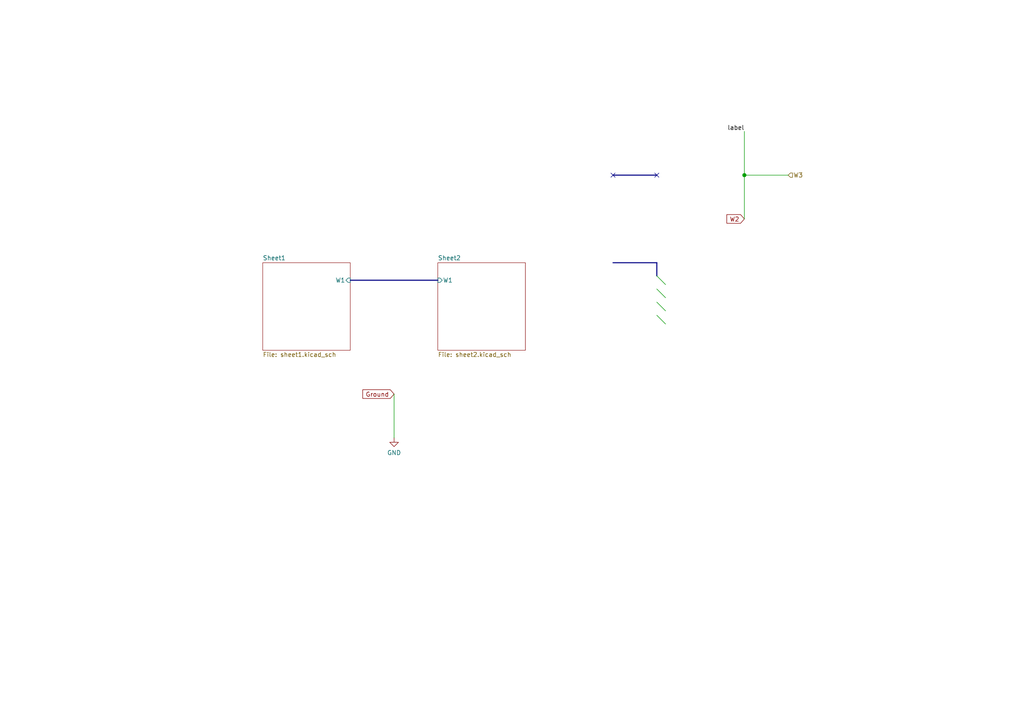
<source format=kicad_sch>
(kicad_sch (version 20210406) (generator eeschema)
  (paper "A4")
  (lib_symbols
    (symbol "power:GND" (power) (pin_names (offset 0))
      (property "Value" "GND" (at 0 -3.81 0))
      (symbol "GND_0_1"
        (polyline (pts (xy 0 0) (xy 0 -1.27) (xy 1.27 -1.27) (xy 0 -2.54) (xy -1.27 -1.27) (xy 0 -1.27)))
      )
      (symbol "GND_1_1"
        (pin power_in line (at 0 0 270) (length 0) hide (name "GND") (number "1"))
      )
    )
  )
  (junction (at 215.9 50.8) (diameter 1.016))
  (no_connect (at 177.8 50.8))
  (no_connect (at 190.5 50.8))
  (bus_entry (at 190.5 80.01) (size 2.54 2.54) (stroke (width 0.1524)))
  (bus_entry (at 190.5 83.82) (size 2.54 2.54) (stroke (width 0.1524)))
  (bus_entry (at 190.5 87.63) (size 2.54 2.54) (stroke (width 0.1524)))
  (bus_entry (at 190.5 91.44) (size 2.54 2.54) (stroke (width 0.1524)))
  (wire (pts (xy 114.3 114.3) (xy 114.3 127)))
  (wire (pts (xy 215.9 38.1) (xy 215.9 50.8)))
  (wire (pts (xy 215.9 50.8) (xy 215.9 63.5)))
  (wire (pts (xy 215.9 50.8) (xy 228.6 50.8)))
  (bus (pts (xy 101.6 81.28) (xy 127 81.28)))
  (bus (pts (xy 177.8 50.8) (xy 190.5 50.8)))
  (bus (pts (xy 177.8 76.2) (xy 190.5 76.2)))
  (bus (pts (xy 190.5 76.2) (xy 190.5 101.6)))
  (label "label" (at 215.9 38.1 180))
  (global_label "Ground" (shape input) (at 114.3 114.3 180) (property "Intersheet References" "${INTERSHEET_REFS}" (effects hide)))
  (global_label "W2" (shape input) (at 215.9 63.5 180) (property "Intersheet References" "${INTERSHEET_REFS}" (effects hide)))
  (hierarchical_label "W3" (shape input) (at 228.6 50.8 0))
  (symbol (lib_id "power:GND") (at 114.3 127 0) (unit 1)
    (property "Reference" "#PWR0101" (effects hide))
    (property "Value" "GND" (at 114.3 131.3244 0))
  )
  (sheet (at 76.2 76.2) (size 25.4 25.4) (stroke (width 0.0006))
    (property "Nom feuille" "Sheet1" (at 76.2 75.5643 0) (effects (justify left bottom)))
    (property "Fichier de feuille" "sheet1.kicad_sch" (at 76.2 102.1087 0) (effects (justify left top)))
    (pin "W1" input (at 101.6 81.28 0))
  )
  (sheet (at 127 76.2) (size 25.4 25.4) (stroke (width 0.0006))
    (property "Nom feuille" "Sheet2" (at 127 75.5643 0) (effects (justify left bottom)))
    (property "Fichier de feuille" "sheet2.kicad_sch" (at 127 102.1087 0) (effects (justify left top)))
    (pin "W1" input (at 127 81.28 180))
  )
)
</source>
